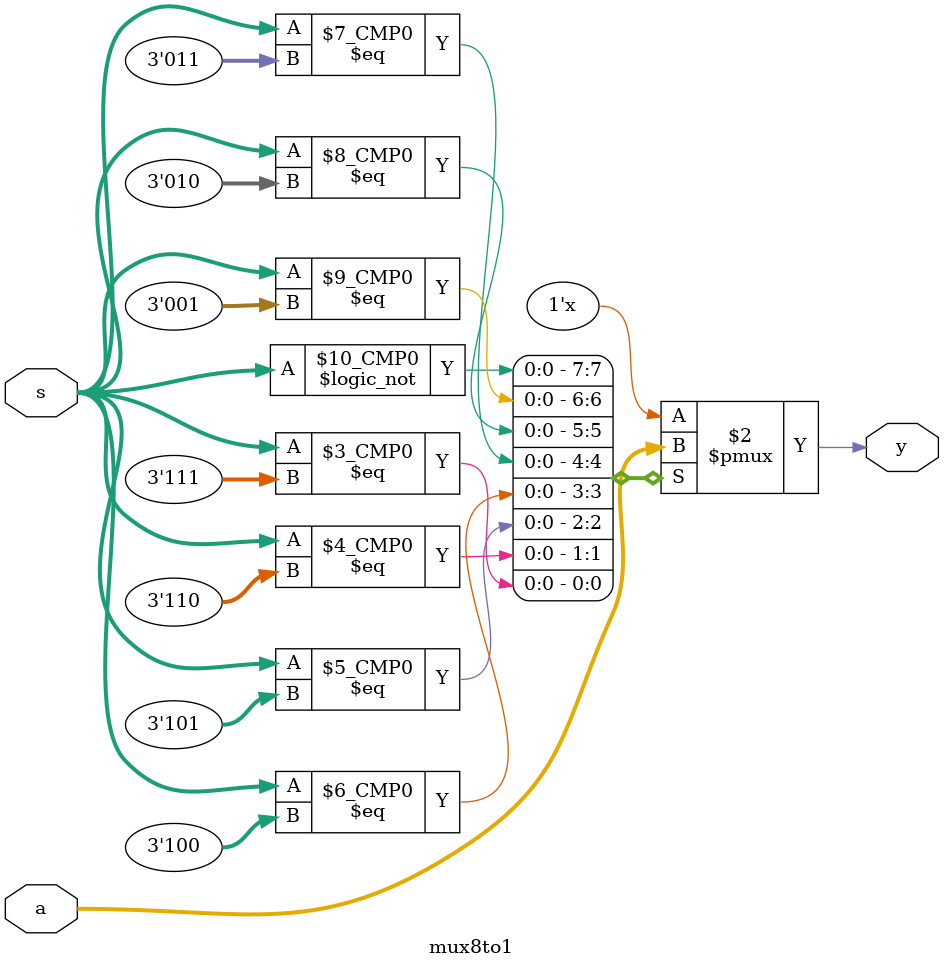
<source format=v>
`timescale 1ns / 1ps
module mux8to1(
    input [7:0] a,
    input [2:0] s,
    output reg y
    );
    always@(*) begin 
    case(s) 
    3'b000: y=a[7];
    3'b001: y=a[6];
    3'b010: y=a[5];
    3'b011: y=a[4];
    3'b100: y=a[3]; 
    3'b101: y=a[2];
    3'b110: y=a[1];
    3'b111: y=a[0];
    endcase
    end
endmodule
</source>
